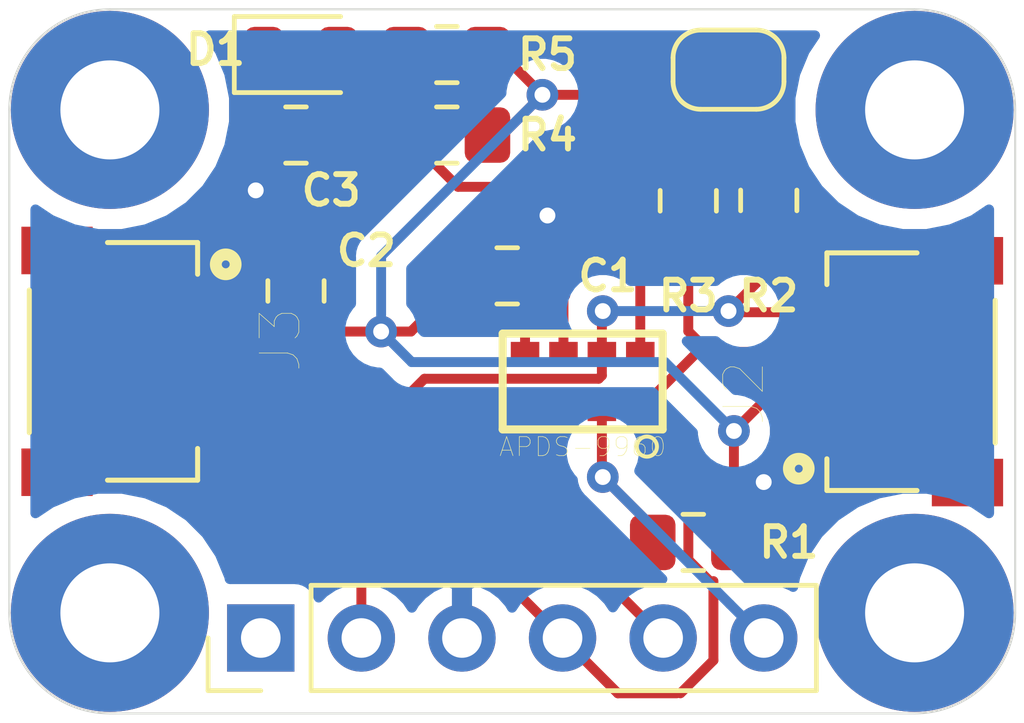
<source format=kicad_pcb>
(kicad_pcb (version 20171130) (host pcbnew "(5.1.6)-1")

  (general
    (thickness 1.6)
    (drawings 8)
    (tracks 109)
    (zones 0)
    (modules 18)
    (nets 12)
  )

  (page A4)
  (layers
    (0 F.Cu signal)
    (31 B.Cu signal)
    (32 B.Adhes user)
    (33 F.Adhes user)
    (34 B.Paste user)
    (35 F.Paste user)
    (36 B.SilkS user)
    (37 F.SilkS user)
    (38 B.Mask user)
    (39 F.Mask user)
    (40 Dwgs.User user)
    (41 Cmts.User user)
    (42 Eco1.User user)
    (43 Eco2.User user)
    (44 Edge.Cuts user)
    (45 Margin user)
    (46 B.CrtYd user)
    (47 F.CrtYd user)
    (48 B.Fab user hide)
    (49 F.Fab user hide)
  )

  (setup
    (last_trace_width 0.25)
    (trace_clearance 0.2)
    (zone_clearance 0.508)
    (zone_45_only no)
    (trace_min 0.2)
    (via_size 0.8)
    (via_drill 0.4)
    (via_min_size 0.4)
    (via_min_drill 0.3)
    (uvia_size 0.3)
    (uvia_drill 0.1)
    (uvias_allowed no)
    (uvia_min_size 0.2)
    (uvia_min_drill 0.1)
    (edge_width 0.05)
    (segment_width 0.2)
    (pcb_text_width 0.3)
    (pcb_text_size 1.5 1.5)
    (mod_edge_width 0.12)
    (mod_text_size 1 1)
    (mod_text_width 0.15)
    (pad_size 5 5)
    (pad_drill 2.5)
    (pad_to_mask_clearance 0.05)
    (aux_axis_origin 0 0)
    (visible_elements 7FFFEFFF)
    (pcbplotparams
      (layerselection 0x010fc_ffffffff)
      (usegerberextensions false)
      (usegerberattributes true)
      (usegerberadvancedattributes true)
      (creategerberjobfile true)
      (excludeedgelayer true)
      (linewidth 0.100000)
      (plotframeref false)
      (viasonmask false)
      (mode 1)
      (useauxorigin false)
      (hpglpennumber 1)
      (hpglpenspeed 20)
      (hpglpendiameter 15.000000)
      (psnegative false)
      (psa4output false)
      (plotreference true)
      (plotvalue true)
      (plotinvisibletext false)
      (padsonsilk false)
      (subtractmaskfromsilk false)
      (outputformat 1)
      (mirror false)
      (drillshape 1)
      (scaleselection 1)
      (outputdirectory ""))
  )

  (net 0 "")
  (net 1 GND)
  (net 2 +3V3)
  (net 3 INT)
  (net 4 SCL)
  (net 5 SDA)
  (net 6 "Net-(U1-Pad3)")
  (net 7 "Net-(J2-PadS1)")
  (net 8 "Net-(J3-PadS1)")
  (net 9 "Net-(D1-Pad2)")
  (net 10 "Net-(C3-Pad1)")
  (net 11 "Net-(JP1-Pad2)")

  (net_class Default "This is the default net class."
    (clearance 0.2)
    (trace_width 0.25)
    (via_dia 0.8)
    (via_drill 0.4)
    (uvia_dia 0.3)
    (uvia_drill 0.1)
    (add_net +3V3)
    (add_net GND)
    (add_net INT)
    (add_net "Net-(C3-Pad1)")
    (add_net "Net-(D1-Pad2)")
    (add_net "Net-(J2-PadS1)")
    (add_net "Net-(J3-PadS1)")
    (add_net "Net-(JP1-Pad2)")
    (add_net "Net-(U1-Pad3)")
    (add_net SCL)
    (add_net SDA)
    (add_net VL)
  )

  (module "SM04B-SRSS-TB_LF__SN_:JST_SM04B-SRSS-TB(LF)(SN)" (layer F.Cu) (tedit 5EE134F9) (tstamp 5EC37853)
    (at 135.89 54.61 270)
    (path /5EC47560)
    (fp_text reference J3 (at -0.545095 -1.767685 90) (layer F.SilkS)
      (effects (font (size 1.001173 1.001173) (thickness 0.015)))
    )
    (fp_text value "SM04B-SRSS-TB(LF)(SN)" (at 12.17039 5.74055 90) (layer F.Fab)
      (effects (font (size 1.000567 1.000567) (thickness 0.015)))
    )
    (fp_line (start -3.65 5.025) (end -3.65 -1.025) (layer F.CrtYd) (width 0.05))
    (fp_line (start 3.65 5.025) (end -3.65 5.025) (layer F.CrtYd) (width 0.05))
    (fp_line (start 3.65 -1.025) (end 3.65 5.025) (layer F.CrtYd) (width 0.05))
    (fp_line (start -3.65 -1.025) (end 3.65 -1.025) (layer F.CrtYd) (width 0.05))
    (fp_circle (center -2.45 -0.385) (end -2.35 -0.385) (layer F.Fab) (width 0.3))
    (fp_line (start -1.8 4.575) (end 1.8 4.575) (layer F.SilkS) (width 0.127))
    (fp_line (start 3 0.325) (end 3 2.6) (layer F.SilkS) (width 0.127))
    (fp_line (start 2.2 0.325) (end 3 0.325) (layer F.SilkS) (width 0.127))
    (fp_line (start -3 0.325) (end -3 2.6) (layer F.SilkS) (width 0.127))
    (fp_line (start -2.2 0.325) (end -3 0.325) (layer F.SilkS) (width 0.127))
    (fp_line (start -3 4.575) (end -3 0.325) (layer F.Fab) (width 0.127))
    (fp_line (start 3 4.575) (end -3 4.575) (layer F.Fab) (width 0.127))
    (fp_line (start 3 0.325) (end 3 4.575) (layer F.Fab) (width 0.127))
    (fp_line (start -3 0.325) (end 3 0.325) (layer F.Fab) (width 0.127))
    (fp_circle (center -2.45 -0.385) (end -2.35 -0.385) (layer F.SilkS) (width 0.3))
    (pad 4 smd rect (at 1.5 0 270) (size 0.6 1.55) (layers F.Cu F.Paste F.Mask)
      (net 4 SCL))
    (pad 3 smd rect (at 0.5 0 270) (size 0.6 1.55) (layers F.Cu F.Paste F.Mask)
      (net 5 SDA))
    (pad 2 smd rect (at -0.5 0 270) (size 0.6 1.55) (layers F.Cu F.Paste F.Mask)
      (net 2 +3V3))
    (pad 1 smd rect (at -1.5 0 270) (size 0.6 1.55) (layers F.Cu F.Paste F.Mask)
      (net 1 GND))
    (pad S1 smd rect (at -2.8 3.875 270) (size 1.2 1.8) (layers F.Cu F.Paste F.Mask)
      (net 8 "Net-(J3-PadS1)"))
    (pad S2 smd rect (at 2.8 3.875 270) (size 1.2 1.8) (layers F.Cu F.Paste F.Mask)
      (net 8 "Net-(J3-PadS1)"))
    (model "C:/Users/adege/Downloads/SM04B-SRSS-TB(LF)(SN)--3DModel-STEP-56544.STEP"
      (offset (xyz 0 -0.5 0))
      (scale (xyz 1 1 1))
      (rotate (xyz -90 0 0))
    )
  )

  (module "SM04B-SRSS-TB_LF__SN_:JST_SM04B-SRSS-TB(LF)(SN)" (layer F.Cu) (tedit 5EE134F9) (tstamp 5EC345E6)
    (at 151.13 54.87 90)
    (path /5EC2569F)
    (fp_text reference J2 (at -0.545095 -1.767685 90) (layer F.SilkS)
      (effects (font (size 1.001173 1.001173) (thickness 0.015)))
    )
    (fp_text value "SM04B-SRSS-TB(LF)(SN)" (at 12.17039 5.74055 90) (layer F.Fab)
      (effects (font (size 1.000567 1.000567) (thickness 0.015)))
    )
    (fp_line (start -3.65 5.025) (end -3.65 -1.025) (layer F.CrtYd) (width 0.05))
    (fp_line (start 3.65 5.025) (end -3.65 5.025) (layer F.CrtYd) (width 0.05))
    (fp_line (start 3.65 -1.025) (end 3.65 5.025) (layer F.CrtYd) (width 0.05))
    (fp_line (start -3.65 -1.025) (end 3.65 -1.025) (layer F.CrtYd) (width 0.05))
    (fp_circle (center -2.45 -0.385) (end -2.35 -0.385) (layer F.Fab) (width 0.3))
    (fp_line (start -1.8 4.575) (end 1.8 4.575) (layer F.SilkS) (width 0.127))
    (fp_line (start 3 0.325) (end 3 2.6) (layer F.SilkS) (width 0.127))
    (fp_line (start 2.2 0.325) (end 3 0.325) (layer F.SilkS) (width 0.127))
    (fp_line (start -3 0.325) (end -3 2.6) (layer F.SilkS) (width 0.127))
    (fp_line (start -2.2 0.325) (end -3 0.325) (layer F.SilkS) (width 0.127))
    (fp_line (start -3 4.575) (end -3 0.325) (layer F.Fab) (width 0.127))
    (fp_line (start 3 4.575) (end -3 4.575) (layer F.Fab) (width 0.127))
    (fp_line (start 3 0.325) (end 3 4.575) (layer F.Fab) (width 0.127))
    (fp_line (start -3 0.325) (end 3 0.325) (layer F.Fab) (width 0.127))
    (fp_circle (center -2.45 -0.385) (end -2.35 -0.385) (layer F.SilkS) (width 0.3))
    (pad 4 smd rect (at 1.5 0 90) (size 0.6 1.55) (layers F.Cu F.Paste F.Mask)
      (net 4 SCL))
    (pad 3 smd rect (at 0.5 0 90) (size 0.6 1.55) (layers F.Cu F.Paste F.Mask)
      (net 5 SDA))
    (pad 2 smd rect (at -0.5 0 90) (size 0.6 1.55) (layers F.Cu F.Paste F.Mask)
      (net 2 +3V3))
    (pad 1 smd rect (at -1.5 0 90) (size 0.6 1.55) (layers F.Cu F.Paste F.Mask)
      (net 1 GND))
    (pad S1 smd rect (at -2.8 3.875 90) (size 1.2 1.8) (layers F.Cu F.Paste F.Mask)
      (net 7 "Net-(J2-PadS1)"))
    (pad S2 smd rect (at 2.8 3.875 90) (size 1.2 1.8) (layers F.Cu F.Paste F.Mask)
      (net 7 "Net-(J2-PadS1)"))
    (model "C:/Users/adege/Downloads/SM04B-SRSS-TB(LF)(SN)--3DModel-STEP-56544.STEP"
      (offset (xyz 0 -0.5 0))
      (scale (xyz 1 1 1))
      (rotate (xyz -90 0 0))
    )
  )

  (module Capacitor_SMD:C_0805_2012Metric_Pad1.15x1.40mm_HandSolder (layer F.Cu) (tedit 5B36C52B) (tstamp 5F1CB55B)
    (at 143.383 52.451)
    (descr "Capacitor SMD 0805 (2012 Metric), square (rectangular) end terminal, IPC_7351 nominal with elongated pad for handsoldering. (Body size source: https://docs.google.com/spreadsheets/d/1BsfQQcO9C6DZCsRaXUlFlo91Tg2WpOkGARC1WS5S8t0/edit?usp=sharing), generated with kicad-footprint-generator")
    (tags "capacitor handsolder")
    (path /5F24D0A3)
    (attr smd)
    (fp_text reference C1 (at 2.54 0) (layer F.SilkS)
      (effects (font (size 0.75 0.75) (thickness 0.15)))
    )
    (fp_text value 10.0uf (at 0 1.65) (layer F.Fab)
      (effects (font (size 1 1) (thickness 0.15)))
    )
    (fp_line (start 1.85 0.95) (end -1.85 0.95) (layer F.CrtYd) (width 0.05))
    (fp_line (start 1.85 -0.95) (end 1.85 0.95) (layer F.CrtYd) (width 0.05))
    (fp_line (start -1.85 -0.95) (end 1.85 -0.95) (layer F.CrtYd) (width 0.05))
    (fp_line (start -1.85 0.95) (end -1.85 -0.95) (layer F.CrtYd) (width 0.05))
    (fp_line (start -0.261252 0.71) (end 0.261252 0.71) (layer F.SilkS) (width 0.12))
    (fp_line (start -0.261252 -0.71) (end 0.261252 -0.71) (layer F.SilkS) (width 0.12))
    (fp_line (start 1 0.6) (end -1 0.6) (layer F.Fab) (width 0.1))
    (fp_line (start 1 -0.6) (end 1 0.6) (layer F.Fab) (width 0.1))
    (fp_line (start -1 -0.6) (end 1 -0.6) (layer F.Fab) (width 0.1))
    (fp_line (start -1 0.6) (end -1 -0.6) (layer F.Fab) (width 0.1))
    (fp_text user %R (at 0 0) (layer F.Fab)
      (effects (font (size 0.5 0.5) (thickness 0.08)))
    )
    (pad 2 smd roundrect (at 1.025 0) (size 1.15 1.4) (layers F.Cu F.Paste F.Mask) (roundrect_rratio 0.217391)
      (net 1 GND))
    (pad 1 smd roundrect (at -1.025 0) (size 1.15 1.4) (layers F.Cu F.Paste F.Mask) (roundrect_rratio 0.217391)
      (net 2 +3V3))
    (model ${KISYS3DMOD}/Capacitor_SMD.3dshapes/C_0805_2012Metric.wrl
      (at (xyz 0 0 0))
      (scale (xyz 1 1 1))
      (rotate (xyz 0 0 0))
    )
  )

  (module Jumper:SolderJumper-2_P1.3mm_Bridged_RoundedPad1.0x1.5mm (layer F.Cu) (tedit 5C745284) (tstamp 5F1C8C20)
    (at 148.971 47.244)
    (descr "SMD Solder Jumper, 1x1.5mm, rounded Pads, 0.3mm gap, bridged with 1 copper strip")
    (tags "solder jumper open")
    (path /5F1DAC5E)
    (attr virtual)
    (fp_text reference JP1 (at -0.254 -1.905) (layer F.SilkS) hide
      (effects (font (size 1 1) (thickness 0.15)))
    )
    (fp_text value SolderJumper_2_Bridged (at 0 1.9) (layer F.Fab)
      (effects (font (size 1 1) (thickness 0.15)))
    )
    (fp_poly (pts (xy 0.25 -0.3) (xy -0.25 -0.3) (xy -0.25 0.3) (xy 0.25 0.3)) (layer F.Cu) (width 0))
    (fp_line (start 1.65 1.25) (end -1.65 1.25) (layer F.CrtYd) (width 0.05))
    (fp_line (start 1.65 1.25) (end 1.65 -1.25) (layer F.CrtYd) (width 0.05))
    (fp_line (start -1.65 -1.25) (end -1.65 1.25) (layer F.CrtYd) (width 0.05))
    (fp_line (start -1.65 -1.25) (end 1.65 -1.25) (layer F.CrtYd) (width 0.05))
    (fp_line (start -0.7 -1) (end 0.7 -1) (layer F.SilkS) (width 0.12))
    (fp_line (start 1.4 -0.3) (end 1.4 0.3) (layer F.SilkS) (width 0.12))
    (fp_line (start 0.7 1) (end -0.7 1) (layer F.SilkS) (width 0.12))
    (fp_line (start -1.4 0.3) (end -1.4 -0.3) (layer F.SilkS) (width 0.12))
    (fp_arc (start -0.7 -0.3) (end -0.7 -1) (angle -90) (layer F.SilkS) (width 0.12))
    (fp_arc (start -0.7 0.3) (end -1.4 0.3) (angle -90) (layer F.SilkS) (width 0.12))
    (fp_arc (start 0.7 0.3) (end 0.7 1) (angle -90) (layer F.SilkS) (width 0.12))
    (fp_arc (start 0.7 -0.3) (end 1.4 -0.3) (angle -90) (layer F.SilkS) (width 0.12))
    (pad 1 smd custom (at -0.65 0) (size 1 0.5) (layers F.Cu F.Mask)
      (net 2 +3V3) (zone_connect 2)
      (options (clearance outline) (anchor rect))
      (primitives
        (gr_circle (center 0 0.25) (end 0.5 0.25) (width 0))
        (gr_circle (center 0 -0.25) (end 0.5 -0.25) (width 0))
        (gr_poly (pts
           (xy 0 -0.75) (xy 0.5 -0.75) (xy 0.5 0.75) (xy 0 0.75)) (width 0))
      ))
    (pad 2 smd custom (at 0.65 0) (size 1 0.5) (layers F.Cu F.Mask)
      (net 11 "Net-(JP1-Pad2)") (zone_connect 2)
      (options (clearance outline) (anchor rect))
      (primitives
        (gr_circle (center 0 0.25) (end 0.5 0.25) (width 0))
        (gr_circle (center 0 -0.25) (end 0.5 -0.25) (width 0))
        (gr_poly (pts
           (xy 0 -0.75) (xy -0.5 -0.75) (xy -0.5 0.75) (xy 0 0.75)) (width 0))
      ))
  )

  (module MountingHole:MountingHole_2.5mm_Pad (layer F.Cu) (tedit 56D1B4CB) (tstamp 5EC377F0)
    (at 133.35 60.96)
    (descr "Mounting Hole 2.5mm")
    (tags "mounting hole 2.5mm")
    (path /5EC44D3E)
    (attr virtual)
    (fp_text reference H4 (at 0 -3.5) (layer F.SilkS) hide
      (effects (font (size 1 1) (thickness 0.15)))
    )
    (fp_text value MountingHole (at 0 3.5) (layer F.Fab)
      (effects (font (size 1 1) (thickness 0.15)))
    )
    (fp_circle (center 0 0) (end 2.75 0) (layer F.CrtYd) (width 0.05))
    (fp_circle (center 0 0) (end 2.5 0) (layer Cmts.User) (width 0.15))
    (fp_text user %R (at 0.3 0) (layer F.Fab)
      (effects (font (size 1 1) (thickness 0.15)))
    )
    (pad 1 thru_hole circle (at 0 0) (size 5 5) (drill 2.5) (layers *.Cu *.Mask))
  )

  (module MountingHole:MountingHole_2.5mm_Pad (layer F.Cu) (tedit 56D1B4CB) (tstamp 5EC377E8)
    (at 133.35 48.26)
    (descr "Mounting Hole 2.5mm")
    (tags "mounting hole 2.5mm")
    (path /5EC44B52)
    (attr virtual)
    (fp_text reference H3 (at 0 -3.5) (layer F.SilkS) hide
      (effects (font (size 1 1) (thickness 0.15)))
    )
    (fp_text value MountingHole (at 0 3.5) (layer F.Fab)
      (effects (font (size 1 1) (thickness 0.15)))
    )
    (fp_circle (center 0 0) (end 2.75 0) (layer F.CrtYd) (width 0.05))
    (fp_circle (center 0 0) (end 2.5 0) (layer Cmts.User) (width 0.15))
    (fp_text user %R (at 0.3 0) (layer F.Fab)
      (effects (font (size 1 1) (thickness 0.15)))
    )
    (pad 1 thru_hole circle (at 0 0) (size 5 5) (drill 2.5) (layers *.Cu *.Mask))
  )

  (module MountingHole:MountingHole_2.5mm_Pad (layer F.Cu) (tedit 56D1B4CB) (tstamp 5EC356A5)
    (at 153.67 60.96)
    (descr "Mounting Hole 2.5mm")
    (tags "mounting hole 2.5mm")
    (path /5EC293C4)
    (attr virtual)
    (fp_text reference H2 (at 0 -3.5) (layer F.SilkS) hide
      (effects (font (size 1 1) (thickness 0.15)))
    )
    (fp_text value MountingHole (at 0 3.5) (layer F.Fab)
      (effects (font (size 1 1) (thickness 0.15)))
    )
    (fp_circle (center 0 0) (end 2.75 0) (layer F.CrtYd) (width 0.05))
    (fp_circle (center 0 0) (end 2.5 0) (layer Cmts.User) (width 0.15))
    (fp_text user %R (at 0.3 0) (layer F.Fab)
      (effects (font (size 1 1) (thickness 0.15)))
    )
    (pad 1 thru_hole circle (at 0 0) (size 5 5) (drill 2.5) (layers *.Cu *.Mask))
  )

  (module MountingHole:MountingHole_2.5mm_Pad (layer F.Cu) (tedit 56D1B4CB) (tstamp 5EC3569D)
    (at 153.67 48.26 180)
    (descr "Mounting Hole 2.5mm")
    (tags "mounting hole 2.5mm")
    (path /5EC28FCB)
    (attr virtual)
    (fp_text reference H1 (at 0 -3.5) (layer F.SilkS) hide
      (effects (font (size 1 1) (thickness 0.15)))
    )
    (fp_text value MountingHole (at 0 3.5) (layer F.Fab)
      (effects (font (size 1 1) (thickness 0.15)))
    )
    (fp_circle (center 0 0) (end 2.75 0) (layer F.CrtYd) (width 0.05))
    (fp_circle (center 0 0) (end 2.5 0) (layer Cmts.User) (width 0.15))
    (fp_text user %R (at 0.3 0) (layer F.Fab)
      (effects (font (size 1 1) (thickness 0.15)))
    )
    (pad 1 thru_hole circle (at 0 0 180) (size 5 5) (drill 2.5) (layers *.Cu *.Mask))
  )

  (module Resistor_SMD:R_0805_2012Metric_Pad1.15x1.40mm_HandSolder (layer F.Cu) (tedit 5B36C52B) (tstamp 5EC3497E)
    (at 141.859 48.895)
    (descr "Resistor SMD 0805 (2012 Metric), square (rectangular) end terminal, IPC_7351 nominal with elongated pad for handsoldering. (Body size source: https://docs.google.com/spreadsheets/d/1BsfQQcO9C6DZCsRaXUlFlo91Tg2WpOkGARC1WS5S8t0/edit?usp=sharing), generated with kicad-footprint-generator")
    (tags "resistor handsolder")
    (path /5EC2D3FA)
    (attr smd)
    (fp_text reference R4 (at 2.54 0) (layer F.SilkS)
      (effects (font (size 0.75 0.75) (thickness 0.15)))
    )
    (fp_text value 22 (at 4.055 0) (layer F.Fab)
      (effects (font (size 1 1) (thickness 0.15)))
    )
    (fp_line (start 1.85 0.95) (end -1.85 0.95) (layer F.CrtYd) (width 0.05))
    (fp_line (start 1.85 -0.95) (end 1.85 0.95) (layer F.CrtYd) (width 0.05))
    (fp_line (start -1.85 -0.95) (end 1.85 -0.95) (layer F.CrtYd) (width 0.05))
    (fp_line (start -1.85 0.95) (end -1.85 -0.95) (layer F.CrtYd) (width 0.05))
    (fp_line (start -0.261252 0.71) (end 0.261252 0.71) (layer F.SilkS) (width 0.12))
    (fp_line (start -0.261252 -0.71) (end 0.261252 -0.71) (layer F.SilkS) (width 0.12))
    (fp_line (start 1 0.6) (end -1 0.6) (layer F.Fab) (width 0.1))
    (fp_line (start 1 -0.6) (end 1 0.6) (layer F.Fab) (width 0.1))
    (fp_line (start -1 -0.6) (end 1 -0.6) (layer F.Fab) (width 0.1))
    (fp_line (start -1 0.6) (end -1 -0.6) (layer F.Fab) (width 0.1))
    (fp_text user %R (at 0 0 270) (layer F.Fab)
      (effects (font (size 0.5 0.5) (thickness 0.08)))
    )
    (pad 2 smd roundrect (at 1.025 0) (size 1.15 1.4) (layers F.Cu F.Paste F.Mask) (roundrect_rratio 0.217391)
      (net 2 +3V3))
    (pad 1 smd roundrect (at -1.025 0) (size 1.15 1.4) (layers F.Cu F.Paste F.Mask) (roundrect_rratio 0.217391)
      (net 10 "Net-(C3-Pad1)"))
    (model ${KISYS3DMOD}/Resistor_SMD.3dshapes/R_0805_2012Metric.wrl
      (at (xyz 0 0 0))
      (scale (xyz 1 1 1))
      (rotate (xyz 0 0 0))
    )
  )

  (module Capacitor_SMD:C_0805_2012Metric_Pad1.15x1.40mm_HandSolder (layer F.Cu) (tedit 5B36C52B) (tstamp 5EE13B13)
    (at 138.049 52.832 90)
    (descr "Capacitor SMD 0805 (2012 Metric), square (rectangular) end terminal, IPC_7351 nominal with elongated pad for handsoldering. (Body size source: https://docs.google.com/spreadsheets/d/1BsfQQcO9C6DZCsRaXUlFlo91Tg2WpOkGARC1WS5S8t0/edit?usp=sharing), generated with kicad-footprint-generator")
    (tags "capacitor handsolder")
    (path /5EC29C20)
    (attr smd)
    (fp_text reference C2 (at 1.016 1.778 180) (layer F.SilkS)
      (effects (font (size 0.75 0.75) (thickness 0.15)))
    )
    (fp_text value 1.0uf (at -3.81 0 90) (layer F.Fab)
      (effects (font (size 1 1) (thickness 0.15)))
    )
    (fp_line (start 1.85 0.95) (end -1.85 0.95) (layer F.CrtYd) (width 0.05))
    (fp_line (start 1.85 -0.95) (end 1.85 0.95) (layer F.CrtYd) (width 0.05))
    (fp_line (start -1.85 -0.95) (end 1.85 -0.95) (layer F.CrtYd) (width 0.05))
    (fp_line (start -1.85 0.95) (end -1.85 -0.95) (layer F.CrtYd) (width 0.05))
    (fp_line (start -0.261252 0.71) (end 0.261252 0.71) (layer F.SilkS) (width 0.12))
    (fp_line (start -0.261252 -0.71) (end 0.261252 -0.71) (layer F.SilkS) (width 0.12))
    (fp_line (start 1 0.6) (end -1 0.6) (layer F.Fab) (width 0.1))
    (fp_line (start 1 -0.6) (end 1 0.6) (layer F.Fab) (width 0.1))
    (fp_line (start -1 -0.6) (end 1 -0.6) (layer F.Fab) (width 0.1))
    (fp_line (start -1 0.6) (end -1 -0.6) (layer F.Fab) (width 0.1))
    (fp_text user %R (at 0 0 90) (layer F.Fab)
      (effects (font (size 0.5 0.5) (thickness 0.08)))
    )
    (pad 2 smd roundrect (at 1.025 0 90) (size 1.15 1.4) (layers F.Cu F.Paste F.Mask) (roundrect_rratio 0.217391)
      (net 1 GND))
    (pad 1 smd roundrect (at -1.025 0 90) (size 1.15 1.4) (layers F.Cu F.Paste F.Mask) (roundrect_rratio 0.217391)
      (net 2 +3V3))
    (model ${KISYS3DMOD}/Capacitor_SMD.3dshapes/C_0805_2012Metric.wrl
      (at (xyz 0 0 0))
      (scale (xyz 1 1 1))
      (rotate (xyz 0 0 0))
    )
  )

  (module Resistor_SMD:R_0805_2012Metric_Pad1.15x1.40mm_HandSolder (layer F.Cu) (tedit 5B36C52B) (tstamp 5EE89CA4)
    (at 141.859 46.863 180)
    (descr "Resistor SMD 0805 (2012 Metric), square (rectangular) end terminal, IPC_7351 nominal with elongated pad for handsoldering. (Body size source: https://docs.google.com/spreadsheets/d/1BsfQQcO9C6DZCsRaXUlFlo91Tg2WpOkGARC1WS5S8t0/edit?usp=sharing), generated with kicad-footprint-generator")
    (tags "resistor handsolder")
    (path /5EE85CE6)
    (attr smd)
    (fp_text reference R5 (at -2.54 0) (layer F.SilkS)
      (effects (font (size 0.75 0.75) (thickness 0.15)))
    )
    (fp_text value 4.7k (at 0 1.65) (layer F.Fab)
      (effects (font (size 1 1) (thickness 0.15)))
    )
    (fp_line (start 1.85 0.95) (end -1.85 0.95) (layer F.CrtYd) (width 0.05))
    (fp_line (start 1.85 -0.95) (end 1.85 0.95) (layer F.CrtYd) (width 0.05))
    (fp_line (start -1.85 -0.95) (end 1.85 -0.95) (layer F.CrtYd) (width 0.05))
    (fp_line (start -1.85 0.95) (end -1.85 -0.95) (layer F.CrtYd) (width 0.05))
    (fp_line (start -0.261252 0.71) (end 0.261252 0.71) (layer F.SilkS) (width 0.12))
    (fp_line (start -0.261252 -0.71) (end 0.261252 -0.71) (layer F.SilkS) (width 0.12))
    (fp_line (start 1 0.6) (end -1 0.6) (layer F.Fab) (width 0.1))
    (fp_line (start 1 -0.6) (end 1 0.6) (layer F.Fab) (width 0.1))
    (fp_line (start -1 -0.6) (end 1 -0.6) (layer F.Fab) (width 0.1))
    (fp_line (start -1 0.6) (end -1 -0.6) (layer F.Fab) (width 0.1))
    (fp_text user %R (at 0 0) (layer F.Fab)
      (effects (font (size 0.5 0.5) (thickness 0.08)))
    )
    (pad 2 smd roundrect (at 1.025 0 180) (size 1.15 1.4) (layers F.Cu F.Paste F.Mask) (roundrect_rratio 0.217391)
      (net 9 "Net-(D1-Pad2)"))
    (pad 1 smd roundrect (at -1.025 0 180) (size 1.15 1.4) (layers F.Cu F.Paste F.Mask) (roundrect_rratio 0.217391)
      (net 2 +3V3))
    (model ${KISYS3DMOD}/Resistor_SMD.3dshapes/R_0805_2012Metric.wrl
      (at (xyz 0 0 0))
      (scale (xyz 1 1 1))
      (rotate (xyz 0 0 0))
    )
  )

  (module LED_SMD:LED_0805_2012Metric (layer F.Cu) (tedit 5B36C52C) (tstamp 5EE89B4B)
    (at 138.176 46.863)
    (descr "LED SMD 0805 (2012 Metric), square (rectangular) end terminal, IPC_7351 nominal, (Body size source: https://docs.google.com/spreadsheets/d/1BsfQQcO9C6DZCsRaXUlFlo91Tg2WpOkGARC1WS5S8t0/edit?usp=sharing), generated with kicad-footprint-generator")
    (tags diode)
    (path /5EE86B7F)
    (attr smd)
    (fp_text reference D1 (at -2.159 -0.127) (layer F.SilkS)
      (effects (font (size 0.75 0.75) (thickness 0.15)))
    )
    (fp_text value GREEN (at 0 1.65) (layer F.Fab)
      (effects (font (size 1 1) (thickness 0.15)))
    )
    (fp_line (start 1.68 0.95) (end -1.68 0.95) (layer F.CrtYd) (width 0.05))
    (fp_line (start 1.68 -0.95) (end 1.68 0.95) (layer F.CrtYd) (width 0.05))
    (fp_line (start -1.68 -0.95) (end 1.68 -0.95) (layer F.CrtYd) (width 0.05))
    (fp_line (start -1.68 0.95) (end -1.68 -0.95) (layer F.CrtYd) (width 0.05))
    (fp_line (start -1.685 0.96) (end 1 0.96) (layer F.SilkS) (width 0.12))
    (fp_line (start -1.685 -0.96) (end -1.685 0.96) (layer F.SilkS) (width 0.12))
    (fp_line (start 1 -0.96) (end -1.685 -0.96) (layer F.SilkS) (width 0.12))
    (fp_line (start 1 0.6) (end 1 -0.6) (layer F.Fab) (width 0.1))
    (fp_line (start -1 0.6) (end 1 0.6) (layer F.Fab) (width 0.1))
    (fp_line (start -1 -0.3) (end -1 0.6) (layer F.Fab) (width 0.1))
    (fp_line (start -0.7 -0.6) (end -1 -0.3) (layer F.Fab) (width 0.1))
    (fp_line (start 1 -0.6) (end -0.7 -0.6) (layer F.Fab) (width 0.1))
    (fp_text user %R (at 0 0) (layer F.Fab)
      (effects (font (size 0.5 0.5) (thickness 0.08)))
    )
    (pad 2 smd roundrect (at 0.9375 0) (size 0.975 1.4) (layers F.Cu F.Paste F.Mask) (roundrect_rratio 0.25)
      (net 9 "Net-(D1-Pad2)"))
    (pad 1 smd roundrect (at -0.9375 0) (size 0.975 1.4) (layers F.Cu F.Paste F.Mask) (roundrect_rratio 0.25)
      (net 1 GND))
    (model ${KISYS3DMOD}/LED_SMD.3dshapes/LED_0805_2012Metric.wrl
      (at (xyz 0 0 0))
      (scale (xyz 1 1 1))
      (rotate (xyz 0 0 0))
    )
  )

  (module APDS-9960:APDS-9960 (layer F.Cu) (tedit 5EE13EA9) (tstamp 5EC2EEB0)
    (at 145.288 55.118 270)
    (descr "<h3>APDS-9960 Proximity, Light, RGB, Gesture Sensor</h3><p>Datasheet</p><p>Specifications:<ul><li>Pin Count: 8</li><li>Dimensions: 3.94 x 2.36 x 1.35 mm</li><li>Pitch: 0.97 mm</li></ul><p>Devices Using:</p><ul><li>APDS-9960</li></ul>")
    (path /5EC1E6DD)
    (attr smd)
    (fp_text reference U1 (at 1.778 1.778 180) (layer F.SilkS) hide
      (effects (font (size 0.48 0.48) (thickness 0.015)))
    )
    (fp_text value APDS-9960 (at 1.651 0 180) (layer F.SilkS)
      (effects (font (size 0.48 0.48) (thickness 0.015)))
    )
    (fp_line (start 1.21 -2.02) (end 1.21 2.02) (layer F.SilkS) (width 0.2032))
    (fp_line (start -1.21 -2.02) (end -1.21 2.02) (layer F.SilkS) (width 0.2032))
    (fp_line (start -1.21 2.02) (end 1.21 2.02) (layer F.SilkS) (width 0.2032))
    (fp_circle (center 1.644 -1.622) (end 1.898 -1.622) (layer F.SilkS) (width 0.1))
    (fp_line (start -1.21 -2.02) (end 1.21 -2.02) (layer F.SilkS) (width 0.2032))
    (fp_circle (center 0 1.43) (end 0.45 1.43) (layer F.Fab) (width 0.127))
    (fp_circle (center 0 -1.27) (end 0.55 -1.27) (layer F.Fab) (width 0.127))
    (fp_line (start -1.18 0.82) (end 1.18 0.82) (layer F.Fab) (width 0.127))
    (fp_line (start -1.18 1.97) (end 1.18 1.97) (layer F.Fab) (width 0.127))
    (fp_line (start -1.18 -1.97) (end 1.18 -1.97) (layer F.Fab) (width 0.127))
    (fp_line (start -1.18 0.82) (end -1.18 1.97) (layer F.Fab) (width 0.127))
    (fp_line (start -1.18 -1.97) (end -1.18 0.82) (layer F.Fab) (width 0.127))
    (fp_line (start 1.18 0.82) (end 1.18 1.97) (layer F.Fab) (width 0.127))
    (fp_line (start 1.18 -1.97) (end 1.18 0.82) (layer F.Fab) (width 0.127))
    (pad 8 smd rect (at -0.7 -1.455 270) (size 0.6 0.72) (layers F.Cu F.Paste F.Mask)
      (net 10 "Net-(C3-Pad1)"))
    (pad 7 smd rect (at -0.7 -0.485 270) (size 0.6 0.72) (layers F.Cu F.Paste F.Mask)
      (net 4 SCL))
    (pad 6 smd rect (at -0.7 0.485 270) (size 0.6 0.72) (layers F.Cu F.Paste F.Mask)
      (net 1 GND))
    (pad 5 smd rect (at -0.7 1.455 270) (size 0.6 0.72) (layers F.Cu F.Paste F.Mask)
      (net 2 +3V3))
    (pad 4 smd rect (at 0.7 1.455 270) (size 0.6 0.72) (layers F.Cu F.Paste F.Mask)
      (net 6 "Net-(U1-Pad3)"))
    (pad 3 smd rect (at 0.7 0.485 270) (size 0.6 0.72) (layers F.Cu F.Paste F.Mask)
      (net 6 "Net-(U1-Pad3)"))
    (pad 2 smd rect (at 0.7 -0.485 270) (size 0.6 0.72) (layers F.Cu F.Paste F.Mask)
      (net 3 INT))
    (pad 1 smd rect (at 0.7 -1.455 270) (size 0.6 0.72) (layers F.Cu F.Paste F.Mask)
      (net 5 SDA))
    (model C:/Users/adege/Downloads/APDS-9960--3DModel-STEP-56544.STEP
      (at (xyz 0 0 0))
      (scale (xyz 1 1 1))
      (rotate (xyz -90 0 90))
    )
  )

  (module Resistor_SMD:R_0805_2012Metric_Pad1.15x1.40mm_HandSolder (layer F.Cu) (tedit 5B36C52B) (tstamp 5EC2EE85)
    (at 147.955 50.555 270)
    (descr "Resistor SMD 0805 (2012 Metric), square (rectangular) end terminal, IPC_7351 nominal with elongated pad for handsoldering. (Body size source: https://docs.google.com/spreadsheets/d/1BsfQQcO9C6DZCsRaXUlFlo91Tg2WpOkGARC1WS5S8t0/edit?usp=sharing), generated with kicad-footprint-generator")
    (tags "resistor handsolder")
    (path /5EC1CA48)
    (attr smd)
    (fp_text reference R3 (at 2.404 0 180) (layer F.SilkS)
      (effects (font (size 0.75 0.75) (thickness 0.15)))
    )
    (fp_text value 4.7k (at -3.81 0 90) (layer F.Fab)
      (effects (font (size 1 1) (thickness 0.15)))
    )
    (fp_line (start 1.85 0.95) (end -1.85 0.95) (layer F.CrtYd) (width 0.05))
    (fp_line (start 1.85 -0.95) (end 1.85 0.95) (layer F.CrtYd) (width 0.05))
    (fp_line (start -1.85 -0.95) (end 1.85 -0.95) (layer F.CrtYd) (width 0.05))
    (fp_line (start -1.85 0.95) (end -1.85 -0.95) (layer F.CrtYd) (width 0.05))
    (fp_line (start -0.261252 0.71) (end 0.261252 0.71) (layer F.SilkS) (width 0.12))
    (fp_line (start -0.261252 -0.71) (end 0.261252 -0.71) (layer F.SilkS) (width 0.12))
    (fp_line (start 1 0.6) (end -1 0.6) (layer F.Fab) (width 0.1))
    (fp_line (start 1 -0.6) (end 1 0.6) (layer F.Fab) (width 0.1))
    (fp_line (start -1 -0.6) (end 1 -0.6) (layer F.Fab) (width 0.1))
    (fp_line (start -1 0.6) (end -1 -0.6) (layer F.Fab) (width 0.1))
    (fp_text user %R (at 0 0 90) (layer F.Fab)
      (effects (font (size 0.5 0.5) (thickness 0.08)))
    )
    (pad 2 smd roundrect (at 1.025 0 270) (size 1.15 1.4) (layers F.Cu F.Paste F.Mask) (roundrect_rratio 0.217391)
      (net 5 SDA))
    (pad 1 smd roundrect (at -1.025 0 270) (size 1.15 1.4) (layers F.Cu F.Paste F.Mask) (roundrect_rratio 0.217391)
      (net 11 "Net-(JP1-Pad2)"))
    (model ${KISYS3DMOD}/Resistor_SMD.3dshapes/R_0805_2012Metric.wrl
      (at (xyz 0 0 0))
      (scale (xyz 1 1 1))
      (rotate (xyz 0 0 0))
    )
  )

  (module Resistor_SMD:R_0805_2012Metric_Pad1.15x1.40mm_HandSolder (layer F.Cu) (tedit 5B36C52B) (tstamp 5EC2EE74)
    (at 149.987 50.546 270)
    (descr "Resistor SMD 0805 (2012 Metric), square (rectangular) end terminal, IPC_7351 nominal with elongated pad for handsoldering. (Body size source: https://docs.google.com/spreadsheets/d/1BsfQQcO9C6DZCsRaXUlFlo91Tg2WpOkGARC1WS5S8t0/edit?usp=sharing), generated with kicad-footprint-generator")
    (tags "resistor handsolder")
    (path /5EC1C61E)
    (attr smd)
    (fp_text reference R2 (at 2.413 0 180) (layer F.SilkS)
      (effects (font (size 0.75 0.75) (thickness 0.15)))
    )
    (fp_text value 4.7k (at -3.81 0 90) (layer F.Fab)
      (effects (font (size 1 1) (thickness 0.15)))
    )
    (fp_line (start 1.85 0.95) (end -1.85 0.95) (layer F.CrtYd) (width 0.05))
    (fp_line (start 1.85 -0.95) (end 1.85 0.95) (layer F.CrtYd) (width 0.05))
    (fp_line (start -1.85 -0.95) (end 1.85 -0.95) (layer F.CrtYd) (width 0.05))
    (fp_line (start -1.85 0.95) (end -1.85 -0.95) (layer F.CrtYd) (width 0.05))
    (fp_line (start -0.261252 0.71) (end 0.261252 0.71) (layer F.SilkS) (width 0.12))
    (fp_line (start -0.261252 -0.71) (end 0.261252 -0.71) (layer F.SilkS) (width 0.12))
    (fp_line (start 1 0.6) (end -1 0.6) (layer F.Fab) (width 0.1))
    (fp_line (start 1 -0.6) (end 1 0.6) (layer F.Fab) (width 0.1))
    (fp_line (start -1 -0.6) (end 1 -0.6) (layer F.Fab) (width 0.1))
    (fp_line (start -1 0.6) (end -1 -0.6) (layer F.Fab) (width 0.1))
    (fp_text user %R (at 0 0 90) (layer F.Fab)
      (effects (font (size 0.5 0.5) (thickness 0.08)))
    )
    (pad 2 smd roundrect (at 1.025 0 270) (size 1.15 1.4) (layers F.Cu F.Paste F.Mask) (roundrect_rratio 0.217391)
      (net 4 SCL))
    (pad 1 smd roundrect (at -1.025 0 270) (size 1.15 1.4) (layers F.Cu F.Paste F.Mask) (roundrect_rratio 0.217391)
      (net 11 "Net-(JP1-Pad2)"))
    (model ${KISYS3DMOD}/Resistor_SMD.3dshapes/R_0805_2012Metric.wrl
      (at (xyz 0 0 0))
      (scale (xyz 1 1 1))
      (rotate (xyz 0 0 0))
    )
  )

  (module Resistor_SMD:R_0805_2012Metric_Pad1.15x1.40mm_HandSolder (layer F.Cu) (tedit 5B36C52B) (tstamp 5EC2EE63)
    (at 148.082 59.182 180)
    (descr "Resistor SMD 0805 (2012 Metric), square (rectangular) end terminal, IPC_7351 nominal with elongated pad for handsoldering. (Body size source: https://docs.google.com/spreadsheets/d/1BsfQQcO9C6DZCsRaXUlFlo91Tg2WpOkGARC1WS5S8t0/edit?usp=sharing), generated with kicad-footprint-generator")
    (tags "resistor handsolder")
    (path /5EC2454D)
    (attr smd)
    (fp_text reference R1 (at -2.413 0) (layer F.SilkS)
      (effects (font (size 0.75 0.75) (thickness 0.15)))
    )
    (fp_text value 10k (at 4.055 0) (layer F.Fab)
      (effects (font (size 1 1) (thickness 0.15)))
    )
    (fp_line (start 1.85 0.95) (end -1.85 0.95) (layer F.CrtYd) (width 0.05))
    (fp_line (start 1.85 -0.95) (end 1.85 0.95) (layer F.CrtYd) (width 0.05))
    (fp_line (start -1.85 -0.95) (end 1.85 -0.95) (layer F.CrtYd) (width 0.05))
    (fp_line (start -1.85 0.95) (end -1.85 -0.95) (layer F.CrtYd) (width 0.05))
    (fp_line (start -0.261252 0.71) (end 0.261252 0.71) (layer F.SilkS) (width 0.12))
    (fp_line (start -0.261252 -0.71) (end 0.261252 -0.71) (layer F.SilkS) (width 0.12))
    (fp_line (start 1 0.6) (end -1 0.6) (layer F.Fab) (width 0.1))
    (fp_line (start 1 -0.6) (end 1 0.6) (layer F.Fab) (width 0.1))
    (fp_line (start -1 -0.6) (end 1 -0.6) (layer F.Fab) (width 0.1))
    (fp_line (start -1 0.6) (end -1 -0.6) (layer F.Fab) (width 0.1))
    (fp_text user %R (at 0 0) (layer F.Fab)
      (effects (font (size 0.5 0.5) (thickness 0.08)))
    )
    (pad 2 smd roundrect (at 1.025 0 180) (size 1.15 1.4) (layers F.Cu F.Paste F.Mask) (roundrect_rratio 0.217391)
      (net 3 INT))
    (pad 1 smd roundrect (at -1.025 0 180) (size 1.15 1.4) (layers F.Cu F.Paste F.Mask) (roundrect_rratio 0.217391)
      (net 2 +3V3))
    (model ${KISYS3DMOD}/Resistor_SMD.3dshapes/R_0805_2012Metric.wrl
      (at (xyz 0 0 0))
      (scale (xyz 1 1 1))
      (rotate (xyz 0 0 0))
    )
  )

  (module Connector_PinHeader_2.54mm:PinHeader_1x06_P2.54mm_Vertical (layer F.Cu) (tedit 59FED5CC) (tstamp 5EC2EE2B)
    (at 137.16 61.595 90)
    (descr "Through hole straight pin header, 1x06, 2.54mm pitch, single row")
    (tags "Through hole pin header THT 1x06 2.54mm single row")
    (path /5EC1A866)
    (fp_text reference J1 (at 0 -2.33 90) (layer F.SilkS) hide
      (effects (font (size 1 1) (thickness 0.15)))
    )
    (fp_text value Conn_01x06_Male (at 0 15.03 90) (layer F.Fab) hide
      (effects (font (size 1 1) (thickness 0.15)))
    )
    (fp_line (start 1.8 -1.8) (end -1.8 -1.8) (layer F.CrtYd) (width 0.05))
    (fp_line (start 1.8 14.5) (end 1.8 -1.8) (layer F.CrtYd) (width 0.05))
    (fp_line (start -1.8 14.5) (end 1.8 14.5) (layer F.CrtYd) (width 0.05))
    (fp_line (start -1.8 -1.8) (end -1.8 14.5) (layer F.CrtYd) (width 0.05))
    (fp_line (start -1.33 -1.33) (end 0 -1.33) (layer F.SilkS) (width 0.12))
    (fp_line (start -1.33 0) (end -1.33 -1.33) (layer F.SilkS) (width 0.12))
    (fp_line (start -1.33 1.27) (end 1.33 1.27) (layer F.SilkS) (width 0.12))
    (fp_line (start 1.33 1.27) (end 1.33 14.03) (layer F.SilkS) (width 0.12))
    (fp_line (start -1.33 1.27) (end -1.33 14.03) (layer F.SilkS) (width 0.12))
    (fp_line (start -1.33 14.03) (end 1.33 14.03) (layer F.SilkS) (width 0.12))
    (fp_line (start -1.27 -0.635) (end -0.635 -1.27) (layer F.Fab) (width 0.1))
    (fp_line (start -1.27 13.97) (end -1.27 -0.635) (layer F.Fab) (width 0.1))
    (fp_line (start 1.27 13.97) (end -1.27 13.97) (layer F.Fab) (width 0.1))
    (fp_line (start 1.27 -1.27) (end 1.27 13.97) (layer F.Fab) (width 0.1))
    (fp_line (start -0.635 -1.27) (end 1.27 -1.27) (layer F.Fab) (width 0.1))
    (fp_text user %R (at 0 6.35) (layer F.Fab)
      (effects (font (size 1 1) (thickness 0.15)))
    )
    (pad 6 thru_hole oval (at 0 12.7 90) (size 1.7 1.7) (drill 1) (layers *.Cu *.Mask)
      (net 3 INT))
    (pad 5 thru_hole oval (at 0 10.16 90) (size 1.7 1.7) (drill 1) (layers *.Cu *.Mask)
      (net 4 SCL))
    (pad 4 thru_hole oval (at 0 7.62 90) (size 1.7 1.7) (drill 1) (layers *.Cu *.Mask)
      (net 5 SDA))
    (pad 3 thru_hole oval (at 0 5.08 90) (size 1.7 1.7) (drill 1) (layers *.Cu *.Mask)
      (net 1 GND))
    (pad 2 thru_hole oval (at 0 2.54 90) (size 1.7 1.7) (drill 1) (layers *.Cu *.Mask)
      (net 2 +3V3))
    (pad 1 thru_hole rect (at 0 0 90) (size 1.7 1.7) (drill 1) (layers *.Cu *.Mask))
    (model ${KISYS3DMOD}/Connector_PinHeader_2.54mm.3dshapes/PinHeader_1x06_P2.54mm_Vertical.wrl
      (at (xyz 0 0 0))
      (scale (xyz 1 1 1))
      (rotate (xyz 0 0 0))
    )
  )

  (module Capacitor_SMD:C_0805_2012Metric_Pad1.15x1.40mm_HandSolder (layer F.Cu) (tedit 5B36C52B) (tstamp 5EC2EE11)
    (at 138.049 48.895 180)
    (descr "Capacitor SMD 0805 (2012 Metric), square (rectangular) end terminal, IPC_7351 nominal with elongated pad for handsoldering. (Body size source: https://docs.google.com/spreadsheets/d/1BsfQQcO9C6DZCsRaXUlFlo91Tg2WpOkGARC1WS5S8t0/edit?usp=sharing), generated with kicad-footprint-generator")
    (tags "capacitor handsolder")
    (path /5EC30987)
    (attr smd)
    (fp_text reference C3 (at -0.889 -1.397) (layer F.SilkS)
      (effects (font (size 0.75 0.75) (thickness 0.15)))
    )
    (fp_text value 1.0uf (at -3.81 0) (layer F.Fab)
      (effects (font (size 1 1) (thickness 0.15)))
    )
    (fp_line (start 1.85 0.95) (end -1.85 0.95) (layer F.CrtYd) (width 0.05))
    (fp_line (start 1.85 -0.95) (end 1.85 0.95) (layer F.CrtYd) (width 0.05))
    (fp_line (start -1.85 -0.95) (end 1.85 -0.95) (layer F.CrtYd) (width 0.05))
    (fp_line (start -1.85 0.95) (end -1.85 -0.95) (layer F.CrtYd) (width 0.05))
    (fp_line (start -0.261252 0.71) (end 0.261252 0.71) (layer F.SilkS) (width 0.12))
    (fp_line (start -0.261252 -0.71) (end 0.261252 -0.71) (layer F.SilkS) (width 0.12))
    (fp_line (start 1 0.6) (end -1 0.6) (layer F.Fab) (width 0.1))
    (fp_line (start 1 -0.6) (end 1 0.6) (layer F.Fab) (width 0.1))
    (fp_line (start -1 -0.6) (end 1 -0.6) (layer F.Fab) (width 0.1))
    (fp_line (start -1 0.6) (end -1 -0.6) (layer F.Fab) (width 0.1))
    (fp_text user %R (at 0 0) (layer F.Fab)
      (effects (font (size 0.5 0.5) (thickness 0.08)))
    )
    (pad 2 smd roundrect (at 1.025 0 180) (size 1.15 1.4) (layers F.Cu F.Paste F.Mask) (roundrect_rratio 0.217391)
      (net 1 GND))
    (pad 1 smd roundrect (at -1.025 0 180) (size 1.15 1.4) (layers F.Cu F.Paste F.Mask) (roundrect_rratio 0.217391)
      (net 10 "Net-(C3-Pad1)"))
    (model ${KISYS3DMOD}/Capacitor_SMD.3dshapes/C_0805_2012Metric.wrl
      (at (xyz 0 0 0))
      (scale (xyz 1 1 1))
      (rotate (xyz 0 0 0))
    )
  )

  (gr_arc (start 133.35 60.96) (end 130.81 60.96) (angle -90) (layer Edge.Cuts) (width 0.05))
  (gr_arc (start 153.67 48.26) (end 156.21 48.26) (angle -90) (layer Edge.Cuts) (width 0.05))
  (gr_arc (start 153.67 60.96) (end 153.67 63.5) (angle -90) (layer Edge.Cuts) (width 0.05))
  (gr_arc (start 133.35 48.26) (end 133.35 45.72) (angle -90) (layer Edge.Cuts) (width 0.05))
  (gr_line (start 133.35 45.72) (end 153.67 45.72) (layer Edge.Cuts) (width 0.05))
  (gr_line (start 130.81 48.26) (end 130.81 60.96) (layer Edge.Cuts) (width 0.05))
  (gr_line (start 156.21 48.26) (end 156.21 60.96) (layer Edge.Cuts) (width 0.05))
  (gr_line (start 133.35 63.5) (end 153.67 63.5) (layer Edge.Cuts) (width 0.05))

  (segment (start 138.43001 51.42599) (end 138.049 51.807) (width 0.25) (layer F.Cu) (net 1))
  (via (at 137.033 50.292) (size 0.8) (drill 0.4) (layers F.Cu B.Cu) (net 1))
  (segment (start 137.024 48.895) (end 137.024 50.283) (width 0.25) (layer F.Cu) (net 1))
  (segment (start 137.024 50.283) (end 137.033 50.292) (width 0.25) (layer F.Cu) (net 1))
  (segment (start 137.2385 48.6805) (end 137.024 48.895) (width 0.25) (layer F.Cu) (net 1))
  (segment (start 137.2385 46.863) (end 137.2385 48.6805) (width 0.25) (layer F.Cu) (net 1))
  (segment (start 138.049 51.308) (end 137.033 50.292) (width 0.25) (layer F.Cu) (net 1))
  (segment (start 138.049 51.807) (end 138.049 51.308) (width 0.25) (layer F.Cu) (net 1))
  (via (at 144.399 50.927) (size 0.8) (drill 0.4) (layers F.Cu B.Cu) (net 1))
  (segment (start 144.408 50.936) (end 144.399 50.927) (width 0.25) (layer F.Cu) (net 1))
  (segment (start 144.408 52.451) (end 144.408 50.936) (width 0.25) (layer F.Cu) (net 1))
  (via (at 149.86 57.658) (size 0.8) (drill 0.4) (layers F.Cu B.Cu) (net 1))
  (segment (start 151.13 56.37) (end 151.13 56.388) (width 0.25) (layer F.Cu) (net 1))
  (segment (start 151.13 56.388) (end 149.86 57.658) (width 0.25) (layer F.Cu) (net 1))
  (segment (start 144.803 52.846) (end 144.803 54.418) (width 0.25) (layer F.Cu) (net 1))
  (segment (start 144.408 52.451) (end 144.803 52.846) (width 0.25) (layer F.Cu) (net 1))
  (segment (start 135.89 51.435) (end 137.033 50.292) (width 0.25) (layer F.Cu) (net 1))
  (segment (start 135.89 53.11) (end 135.89 51.435) (width 0.25) (layer F.Cu) (net 1))
  (segment (start 142.884 46.863) (end 142.884 48.895) (width 0.25) (layer F.Cu) (net 2))
  (segment (start 137.796 54.11) (end 138.049 53.857) (width 0.25) (layer F.Cu) (net 2))
  (segment (start 135.89 54.11) (end 137.796 54.11) (width 0.25) (layer F.Cu) (net 2))
  (segment (start 140.952 53.857) (end 142.358 52.451) (width 0.25) (layer F.Cu) (net 2))
  (segment (start 143.833 53.926) (end 142.358 52.451) (width 0.25) (layer F.Cu) (net 2))
  (segment (start 143.833 54.418) (end 143.833 53.926) (width 0.25) (layer F.Cu) (net 2))
  (segment (start 150.105 55.37) (end 149.107 56.368) (width 0.25) (layer F.Cu) (net 2))
  (segment (start 149.107 56.368) (end 149.107 59.182) (width 0.25) (layer F.Cu) (net 2))
  (segment (start 151.13 55.37) (end 150.105 55.37) (width 0.25) (layer F.Cu) (net 2))
  (segment (start 139.7 58.166) (end 139.7 61.595) (width 0.25) (layer F.Cu) (net 2))
  (segment (start 138.811 57.277) (end 139.7 58.166) (width 0.25) (layer F.Cu) (net 2))
  (segment (start 134.865 54.11) (end 134.339988 54.635012) (width 0.25) (layer F.Cu) (net 2))
  (segment (start 135.89 54.11) (end 134.865 54.11) (width 0.25) (layer F.Cu) (net 2))
  (segment (start 134.339988 54.635012) (end 134.339988 56.856401) (width 0.25) (layer F.Cu) (net 2))
  (segment (start 134.339988 56.856401) (end 134.760587 57.277) (width 0.25) (layer F.Cu) (net 2))
  (segment (start 134.760587 57.277) (end 138.811 57.277) (width 0.25) (layer F.Cu) (net 2))
  (via (at 140.199 53.857) (size 0.8) (drill 0.4) (layers F.Cu B.Cu) (net 2))
  (segment (start 138.049 53.857) (end 140.199 53.857) (width 0.25) (layer F.Cu) (net 2))
  (segment (start 140.199 53.857) (end 140.952 53.857) (width 0.25) (layer F.Cu) (net 2))
  (segment (start 140.199 53.857) (end 140.97 54.628) (width 0.25) (layer B.Cu) (net 2))
  (via (at 149.107 56.368) (size 0.8) (drill 0.4) (layers F.Cu B.Cu) (net 2))
  (segment (start 147.367 54.628) (end 149.107 56.368) (width 0.25) (layer B.Cu) (net 2))
  (segment (start 140.97 54.628) (end 147.367 54.628) (width 0.25) (layer B.Cu) (net 2))
  (segment (start 148.321 47.244) (end 147.686 47.879) (width 0.25) (layer F.Cu) (net 2))
  (segment (start 147.686 47.879) (end 144.272 47.879) (width 0.25) (layer F.Cu) (net 2))
  (segment (start 140.199 51.952) (end 144.272 47.879) (width 0.25) (layer B.Cu) (net 2))
  (segment (start 140.199 53.857) (end 140.199 51.952) (width 0.25) (layer B.Cu) (net 2))
  (via (at 144.272 47.879) (size 0.8) (drill 0.4) (layers F.Cu B.Cu) (net 2))
  (segment (start 143.256 46.863) (end 144.272 47.879) (width 0.25) (layer F.Cu) (net 2))
  (segment (start 142.884 46.863) (end 143.256 46.863) (width 0.25) (layer F.Cu) (net 2))
  (segment (start 143.256 48.895) (end 144.272 47.879) (width 0.25) (layer F.Cu) (net 2))
  (segment (start 142.884 48.895) (end 143.256 48.895) (width 0.25) (layer F.Cu) (net 2))
  (via (at 145.796 57.531002) (size 0.8) (drill 0.4) (layers F.Cu B.Cu) (net 3))
  (segment (start 145.773 57.508002) (end 145.796 57.531002) (width 0.25) (layer F.Cu) (net 3))
  (segment (start 147.057 58.792002) (end 145.796 57.531002) (width 0.25) (layer F.Cu) (net 3))
  (segment (start 145.773 55.818) (end 145.773 57.508002) (width 0.25) (layer F.Cu) (net 3))
  (segment (start 149.86 61.595) (end 149.009999 60.745001) (width 0.25) (layer B.Cu) (net 3))
  (segment (start 147.057 59.182) (end 147.057 58.792002) (width 0.25) (layer F.Cu) (net 3))
  (segment (start 149.009999 60.745001) (end 145.796 57.531002) (width 0.25) (layer B.Cu) (net 3))
  (segment (start 150.906 53.37) (end 151.13 53.37) (width 0.25) (layer F.Cu) (net 4) (status 30))
  (via (at 145.796 53.34) (size 0.8) (drill 0.4) (layers F.Cu B.Cu) (net 4))
  (segment (start 145.773 54.418) (end 145.773 53.363) (width 0.25) (layer F.Cu) (net 4))
  (segment (start 145.773 53.363) (end 145.796 53.34) (width 0.25) (layer F.Cu) (net 4))
  (segment (start 143.706011 59.505011) (end 140.311 56.11) (width 0.25) (layer F.Cu) (net 4))
  (segment (start 147.32 61.595) (end 145.230011 59.505011) (width 0.25) (layer F.Cu) (net 4))
  (segment (start 140.311 56.11) (end 139.803 56.11) (width 0.25) (layer F.Cu) (net 4))
  (segment (start 145.230011 59.505011) (end 143.706011 59.505011) (width 0.25) (layer F.Cu) (net 4))
  (segment (start 136.80159 56.11) (end 135.89 56.11) (width 0.25) (layer F.Cu) (net 4))
  (segment (start 145.773 54.418) (end 145.773 54.968) (width 0.25) (layer F.Cu) (net 4))
  (segment (start 145.692009 55.048991) (end 141.293009 55.048991) (width 0.25) (layer F.Cu) (net 4))
  (segment (start 145.773 54.968) (end 145.692009 55.048991) (width 0.25) (layer F.Cu) (net 4))
  (segment (start 141.293009 55.048991) (end 140.232 56.11) (width 0.25) (layer F.Cu) (net 4))
  (segment (start 140.232 56.11) (end 136.80159 56.11) (width 0.25) (layer F.Cu) (net 4))
  (segment (start 149.987 52.324) (end 148.971 53.34) (width 0.25) (layer F.Cu) (net 4))
  (segment (start 149.001 53.37) (end 148.971 53.34) (width 0.25) (layer F.Cu) (net 4))
  (segment (start 151.13 53.37) (end 149.001 53.37) (width 0.25) (layer F.Cu) (net 4))
  (segment (start 145.796 53.34) (end 148.971 53.34) (width 0.25) (layer B.Cu) (net 4))
  (via (at 148.971 53.34) (size 0.8) (drill 0.4) (layers F.Cu B.Cu) (net 4))
  (segment (start 149.987 51.571) (end 149.987 52.324) (width 0.25) (layer F.Cu) (net 4))
  (segment (start 150.354 54.37) (end 151.13 54.37) (width 0.25) (layer F.Cu) (net 5))
  (segment (start 139.920001 56.735001) (end 134.854999 56.735001) (width 0.25) (layer F.Cu) (net 5))
  (segment (start 134.789999 55.185001) (end 134.865 55.11) (width 0.25) (layer F.Cu) (net 5))
  (segment (start 144.78 61.595) (end 139.920001 56.735001) (width 0.25) (layer F.Cu) (net 5))
  (segment (start 134.865 55.11) (end 135.89 55.11) (width 0.25) (layer F.Cu) (net 5))
  (segment (start 134.789999 56.670001) (end 134.789999 55.185001) (width 0.25) (layer F.Cu) (net 5))
  (segment (start 134.854999 56.735001) (end 134.789999 56.670001) (width 0.25) (layer F.Cu) (net 5))
  (segment (start 144.78 61.595) (end 146.177 62.992) (width 0.25) (layer F.Cu) (net 5))
  (segment (start 147.95701 57.03201) (end 146.743 55.818) (width 0.25) (layer F.Cu) (net 5))
  (segment (start 147.95701 59.6202) (end 147.95701 57.03201) (width 0.25) (layer F.Cu) (net 5))
  (segment (start 148.495001 60.158191) (end 147.95701 59.6202) (width 0.25) (layer F.Cu) (net 5))
  (segment (start 147.757001 62.992) (end 148.59 62.159001) (width 0.25) (layer F.Cu) (net 5))
  (segment (start 148.59 62.159001) (end 148.59 60.158191) (width 0.25) (layer F.Cu) (net 5))
  (segment (start 146.177 62.992) (end 147.662002 62.992) (width 0.25) (layer F.Cu) (net 5))
  (segment (start 146.743 55.818) (end 148.191 54.37) (width 0.25) (layer F.Cu) (net 5))
  (segment (start 147.955 53.848) (end 148.477 54.37) (width 0.25) (layer F.Cu) (net 5))
  (segment (start 147.955 51.58) (end 147.955 53.848) (width 0.25) (layer F.Cu) (net 5))
  (segment (start 148.191 54.37) (end 148.477 54.37) (width 0.25) (layer F.Cu) (net 5))
  (segment (start 148.477 54.37) (end 150.354 54.37) (width 0.25) (layer F.Cu) (net 5))
  (segment (start 144.803 55.818) (end 143.833 55.818) (width 0.25) (layer F.Cu) (net 6))
  (segment (start 155.005 52.07) (end 155.005 57.67) (width 0.25) (layer F.Cu) (net 7) (status 30))
  (segment (start 132.015 51.81) (end 132.015 57.41) (width 0.25) (layer F.Cu) (net 8) (status 30))
  (segment (start 138.7325 46.863) (end 140.326 46.863) (width 0.25) (layer F.Cu) (net 9))
  (segment (start 139.074 48.895) (end 140.834 48.895) (width 0.25) (layer F.Cu) (net 10))
  (segment (start 140.834 48.895) (end 142.140998 50.201998) (width 0.25) (layer F.Cu) (net 10))
  (segment (start 142.140998 50.201998) (end 144.747002 50.201998) (width 0.25) (layer F.Cu) (net 10))
  (segment (start 144.747002 50.201998) (end 146.743 52.197996) (width 0.25) (layer F.Cu) (net 10))
  (segment (start 146.743 52.197996) (end 146.743 54.418) (width 0.25) (layer F.Cu) (net 10))
  (segment (start 149.978 49.53) (end 149.987 49.521) (width 0.25) (layer F.Cu) (net 11))
  (segment (start 147.955 49.53) (end 149.978 49.53) (width 0.25) (layer F.Cu) (net 11))
  (segment (start 149.621 49.155) (end 149.987 49.521) (width 0.25) (layer F.Cu) (net 11))
  (segment (start 149.621 47.244) (end 149.621 49.155) (width 0.25) (layer F.Cu) (net 11))

  (zone (net 1) (net_name GND) (layer B.Cu) (tstamp 0) (hatch edge 0.508)
    (connect_pads (clearance 0.508))
    (min_thickness 0.254)
    (fill yes (arc_segments 32) (thermal_gap 0.508) (thermal_bridge_width 0.508))
    (polygon
      (pts
        (xy 156.337 63.754) (xy 130.683 63.754) (xy 130.683 45.72) (xy 156.337 45.72)
      )
    )
    (filled_polygon
      (pts
        (xy 150.891799 46.775021) (xy 150.655476 47.345554) (xy 150.535 47.951229) (xy 150.535 48.568771) (xy 150.655476 49.174446)
        (xy 150.891799 49.744979) (xy 151.234886 50.258446) (xy 151.671554 50.695114) (xy 152.185021 51.038201) (xy 152.755554 51.274524)
        (xy 153.361229 51.395) (xy 153.978771 51.395) (xy 154.584446 51.274524) (xy 155.154979 51.038201) (xy 155.55 50.774257)
        (xy 155.550001 58.445744) (xy 155.154979 58.181799) (xy 154.584446 57.945476) (xy 153.978771 57.825) (xy 153.361229 57.825)
        (xy 152.755554 57.945476) (xy 152.185021 58.181799) (xy 151.671554 58.524886) (xy 151.234886 58.961554) (xy 150.891799 59.475021)
        (xy 150.655476 60.045554) (xy 150.603686 60.305921) (xy 150.563411 60.27901) (xy 150.293158 60.167068) (xy 150.00626 60.11)
        (xy 149.71374 60.11) (xy 149.493592 60.15379) (xy 146.716969 57.377168) (xy 146.791226 57.197898) (xy 146.831 56.997939)
        (xy 146.831 56.794061) (xy 146.791226 56.594102) (xy 146.713205 56.405744) (xy 146.599937 56.236226) (xy 146.455774 56.092063)
        (xy 146.286256 55.978795) (xy 146.097898 55.900774) (xy 145.897939 55.861) (xy 145.694061 55.861) (xy 145.494102 55.900774)
        (xy 145.305744 55.978795) (xy 145.136226 56.092063) (xy 144.992063 56.236226) (xy 144.878795 56.405744) (xy 144.800774 56.594102)
        (xy 144.761 56.794061) (xy 144.761 56.997939) (xy 144.800774 57.197898) (xy 144.878795 57.386256) (xy 144.992063 57.555774)
        (xy 145.039428 57.603139) (xy 145.046997 57.679986) (xy 145.090454 57.823247) (xy 145.115037 57.869236) (xy 145.161026 57.955276)
        (xy 145.232201 58.042002) (xy 145.256 58.071001) (xy 145.284998 58.094799) (xy 147.300198 60.11) (xy 147.17374 60.11)
        (xy 146.886842 60.167068) (xy 146.616589 60.27901) (xy 146.373368 60.441525) (xy 146.166525 60.648368) (xy 146.05 60.82276)
        (xy 145.933475 60.648368) (xy 145.726632 60.441525) (xy 145.483411 60.27901) (xy 145.213158 60.167068) (xy 144.92626 60.11)
        (xy 144.63374 60.11) (xy 144.346842 60.167068) (xy 144.076589 60.27901) (xy 143.833368 60.441525) (xy 143.626525 60.648368)
        (xy 143.504805 60.830534) (xy 143.435178 60.713645) (xy 143.240269 60.497412) (xy 143.00692 60.323359) (xy 142.744099 60.198175)
        (xy 142.59689 60.153524) (xy 142.367 60.274845) (xy 142.367 61.468) (xy 142.387 61.468) (xy 142.387 61.722)
        (xy 142.367 61.722) (xy 142.367 61.742) (xy 142.113 61.742) (xy 142.113 61.722) (xy 142.093 61.722)
        (xy 142.093 61.468) (xy 142.113 61.468) (xy 142.113 60.274845) (xy 141.88311 60.153524) (xy 141.735901 60.198175)
        (xy 141.47308 60.323359) (xy 141.239731 60.497412) (xy 141.044822 60.713645) (xy 140.975195 60.830534) (xy 140.853475 60.648368)
        (xy 140.646632 60.441525) (xy 140.403411 60.27901) (xy 140.133158 60.167068) (xy 139.84626 60.11) (xy 139.55374 60.11)
        (xy 139.266842 60.167068) (xy 138.996589 60.27901) (xy 138.753368 60.441525) (xy 138.621513 60.57338) (xy 138.599502 60.50082)
        (xy 138.540537 60.390506) (xy 138.461185 60.293815) (xy 138.364494 60.214463) (xy 138.25418 60.155498) (xy 138.134482 60.119188)
        (xy 138.01 60.106928) (xy 136.376732 60.106928) (xy 136.364524 60.045554) (xy 136.128201 59.475021) (xy 135.785114 58.961554)
        (xy 135.348446 58.524886) (xy 134.834979 58.181799) (xy 134.264446 57.945476) (xy 133.658771 57.825) (xy 133.041229 57.825)
        (xy 132.435554 57.945476) (xy 131.865021 58.181799) (xy 131.47 58.445743) (xy 131.47 53.755061) (xy 139.164 53.755061)
        (xy 139.164 53.958939) (xy 139.203774 54.158898) (xy 139.281795 54.347256) (xy 139.395063 54.516774) (xy 139.539226 54.660937)
        (xy 139.708744 54.774205) (xy 139.897102 54.852226) (xy 140.097061 54.892) (xy 140.159198 54.892) (xy 140.406201 55.139002)
        (xy 140.429999 55.168001) (xy 140.545724 55.262974) (xy 140.677753 55.333546) (xy 140.821014 55.377003) (xy 140.932667 55.388)
        (xy 140.932675 55.388) (xy 140.97 55.391676) (xy 141.007325 55.388) (xy 147.052199 55.388) (xy 148.072 56.407802)
        (xy 148.072 56.469939) (xy 148.111774 56.669898) (xy 148.189795 56.858256) (xy 148.303063 57.027774) (xy 148.447226 57.171937)
        (xy 148.616744 57.285205) (xy 148.805102 57.363226) (xy 149.005061 57.403) (xy 149.208939 57.403) (xy 149.408898 57.363226)
        (xy 149.597256 57.285205) (xy 149.766774 57.171937) (xy 149.910937 57.027774) (xy 150.024205 56.858256) (xy 150.102226 56.669898)
        (xy 150.142 56.469939) (xy 150.142 56.266061) (xy 150.102226 56.066102) (xy 150.024205 55.877744) (xy 149.910937 55.708226)
        (xy 149.766774 55.564063) (xy 149.597256 55.450795) (xy 149.408898 55.372774) (xy 149.208939 55.333) (xy 149.146802 55.333)
        (xy 147.930804 54.117003) (xy 147.91685 54.1) (xy 148.648289 54.1) (xy 148.692226 54.143937) (xy 148.861744 54.257205)
        (xy 149.050102 54.335226) (xy 149.250061 54.375) (xy 149.453939 54.375) (xy 149.653898 54.335226) (xy 149.842256 54.257205)
        (xy 150.011774 54.143937) (xy 150.155937 53.999774) (xy 150.269205 53.830256) (xy 150.347226 53.641898) (xy 150.387 53.441939)
        (xy 150.387 53.238061) (xy 150.347226 53.038102) (xy 150.269205 52.849744) (xy 150.155937 52.680226) (xy 150.011774 52.536063)
        (xy 149.842256 52.422795) (xy 149.653898 52.344774) (xy 149.453939 52.305) (xy 149.250061 52.305) (xy 149.050102 52.344774)
        (xy 148.861744 52.422795) (xy 148.692226 52.536063) (xy 148.648289 52.58) (xy 146.499711 52.58) (xy 146.455774 52.536063)
        (xy 146.286256 52.422795) (xy 146.097898 52.344774) (xy 145.897939 52.305) (xy 145.694061 52.305) (xy 145.494102 52.344774)
        (xy 145.305744 52.422795) (xy 145.136226 52.536063) (xy 144.992063 52.680226) (xy 144.878795 52.849744) (xy 144.800774 53.038102)
        (xy 144.761 53.238061) (xy 144.761 53.441939) (xy 144.800774 53.641898) (xy 144.878795 53.830256) (xy 144.904015 53.868)
        (xy 141.284802 53.868) (xy 141.234 53.817198) (xy 141.234 53.755061) (xy 141.194226 53.555102) (xy 141.116205 53.366744)
        (xy 141.002937 53.197226) (xy 140.959 53.153289) (xy 140.959 52.266801) (xy 144.311802 48.914) (xy 144.373939 48.914)
        (xy 144.573898 48.874226) (xy 144.762256 48.796205) (xy 144.931774 48.682937) (xy 145.075937 48.538774) (xy 145.189205 48.369256)
        (xy 145.267226 48.180898) (xy 145.307 47.980939) (xy 145.307 47.777061) (xy 145.267226 47.577102) (xy 145.189205 47.388744)
        (xy 145.075937 47.219226) (xy 144.931774 47.075063) (xy 144.762256 46.961795) (xy 144.573898 46.883774) (xy 144.373939 46.844)
        (xy 144.170061 46.844) (xy 143.970102 46.883774) (xy 143.781744 46.961795) (xy 143.612226 47.075063) (xy 143.468063 47.219226)
        (xy 143.354795 47.388744) (xy 143.276774 47.577102) (xy 143.237 47.777061) (xy 143.237 47.839198) (xy 139.687998 51.388201)
        (xy 139.659 51.411999) (xy 139.635202 51.440997) (xy 139.635201 51.440998) (xy 139.564026 51.527724) (xy 139.493454 51.659754)
        (xy 139.449998 51.803015) (xy 139.435324 51.952) (xy 139.439001 51.989332) (xy 139.439 53.153289) (xy 139.395063 53.197226)
        (xy 139.281795 53.366744) (xy 139.203774 53.555102) (xy 139.164 53.755061) (xy 131.47 53.755061) (xy 131.47 50.774257)
        (xy 131.865021 51.038201) (xy 132.435554 51.274524) (xy 133.041229 51.395) (xy 133.658771 51.395) (xy 134.264446 51.274524)
        (xy 134.834979 51.038201) (xy 135.348446 50.695114) (xy 135.785114 50.258446) (xy 136.128201 49.744979) (xy 136.364524 49.174446)
        (xy 136.485 48.568771) (xy 136.485 47.951229) (xy 136.364524 47.345554) (xy 136.128201 46.775021) (xy 135.864257 46.38)
        (xy 151.155743 46.38)
      )
    )
  )
)

</source>
